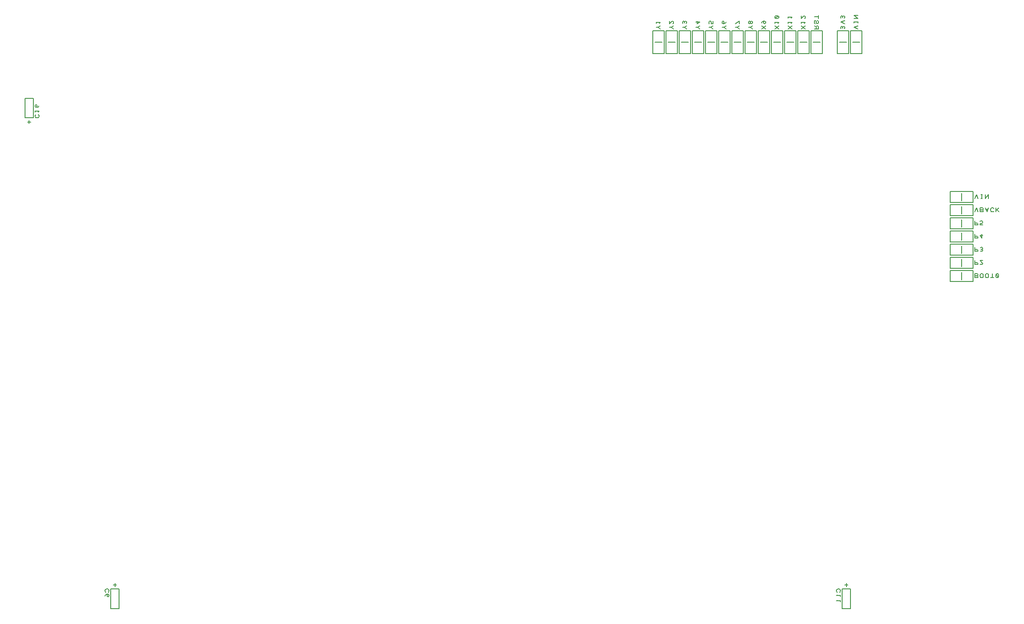
<source format=gbr>
G04 EasyPC Gerber Version 21.0.3 Build 4286 *
%FSLAX35Y35*%
%MOIN*%
%ADD10C,0.00500*%
%ADD85C,0.00787*%
X0Y0D02*
D02*
D10*
X125225Y480946D02*
Y483446D01*
X123975Y482196D02*
X126475D01*
X130197Y487800D02*
X129947Y487550D01*
X129697Y487050*
Y486300*
X129947Y485800*
X130197Y485550*
X130697Y485300*
X131697*
X132197Y485550*
X132447Y485800*
X132697Y486300*
Y487050*
X132447Y487550*
X132197Y487800*
X129697Y489800D02*
Y490800D01*
Y490300D02*
X132697D01*
X132197Y489800*
X130447Y493300D02*
X130947Y493550D01*
X131197Y494050*
Y494550*
X130947Y495050*
X130447Y495300*
X129947Y495050*
X129697Y494550*
Y494050*
X129947Y493550*
X130447Y493300*
X131197*
X131947Y493550*
X132447Y494050*
X132697Y494550*
X185303Y125200D02*
X185553Y125450D01*
X185803Y125950*
Y126700*
X185553Y127200*
X185303Y127450*
X184803Y127700*
X183803*
X183303Y127450*
X183053Y127200*
X182803Y126700*
Y125950*
X183053Y125450*
X183303Y125200*
X185053Y123700D02*
X184553Y123450D01*
X184303Y122950*
Y122450*
X184553Y121950*
X185053Y121700*
X185553Y121950*
X185803Y122450*
Y122950*
X185553Y123450*
X185053Y123700*
X184303*
X183553Y123450*
X183053Y122950*
X182803Y122450*
X190275Y132054D02*
Y129554D01*
X191525Y130804D02*
X189025D01*
X601000Y554000D02*
X602500D01*
X604000Y552750*
X602500Y554000D02*
X604000Y555250D01*
X601000Y557250D02*
Y558250D01*
Y557750D02*
X604000D01*
X603500Y557250*
X611000Y554000D02*
X612500D01*
X614000Y552750*
X612500Y554000D02*
X614000Y555250D01*
X611000Y558750D02*
Y556750D01*
X612750Y558500*
X613250Y558750*
X613750Y558500*
X614000Y558000*
Y557250*
X613750Y556750*
X621000Y554000D02*
X622500D01*
X624000Y552750*
X622500Y554000D02*
X624000Y555250D01*
X621250Y557000D02*
X621000Y557500D01*
Y558000*
X621250Y558500*
X621750Y558750*
X622250Y558500*
X622500Y558000*
Y557500*
Y558000D02*
X622750Y558500D01*
X623250Y558750*
X623750Y558500*
X624000Y558000*
Y557500*
X623750Y557000*
X631000Y554000D02*
X632500D01*
X634000Y552750*
X632500Y554000D02*
X634000Y555250D01*
X631000Y558000D02*
X634000D01*
X632000Y556750*
Y558750*
X641000Y554000D02*
X642500D01*
X644000Y552750*
X642500Y554000D02*
X644000Y555250D01*
X641250Y556750D02*
X641000Y557250D01*
Y558000*
X641250Y558500*
X641750Y558750*
X642000*
X642500Y558500*
X642750Y558000*
Y556750*
X644000*
Y558750*
X651000Y554000D02*
X652500D01*
X654000Y552750*
X652500Y554000D02*
X654000Y555250D01*
X651750Y556750D02*
X652250Y557000D01*
X652500Y557500*
Y558000*
X652250Y558500*
X651750Y558750*
X651250Y558500*
X651000Y558000*
Y557500*
X651250Y557000*
X651750Y556750*
X652500*
X653250Y557000*
X653750Y557500*
X654000Y558000*
X661000Y554000D02*
X662500D01*
X664000Y552750*
X662500Y554000D02*
X664000Y555250D01*
X661000Y556750D02*
X664000Y558750D01*
Y556750*
X671000Y554000D02*
X672500D01*
X674000Y552750*
X672500Y554000D02*
X674000Y555250D01*
X672500Y557500D02*
Y558000D01*
X672750Y558500*
X673250Y558750*
X673750Y558500*
X674000Y558000*
Y557500*
X673750Y557000*
X673250Y556750*
X672750Y557000*
X672500Y557500*
X672250Y557000*
X671750Y556750*
X671250Y557000*
X671000Y557500*
Y558000*
X671250Y558500*
X671750Y558750*
X672250Y558500*
X672500Y558000*
X681000Y552750D02*
X684000Y555250D01*
Y552750D02*
X681000Y555250D01*
Y557500D02*
X681250Y558000D01*
X681750Y558500*
X682500Y558750*
X683250*
X683750Y558500*
X684000Y558000*
Y557500*
X683750Y557000*
X683250Y556750*
X682750Y557000*
X682500Y557500*
Y558000*
X682750Y558500*
X683250Y558750*
X691000Y552750D02*
X694000Y555250D01*
Y552750D02*
X691000Y555250D01*
Y557250D02*
Y558250D01*
Y557750D02*
X694000D01*
X693500Y557250*
X691250Y561000D02*
X691000Y561500D01*
Y562000*
X691250Y562500*
X691750Y562750*
X693250*
X693750Y562500*
X694000Y562000*
Y561500*
X693750Y561000*
X693250Y560750*
X691750*
X691250Y561000*
X693750Y562500*
X701000Y552750D02*
X704000Y555250D01*
Y552750D02*
X701000Y555250D01*
Y557250D02*
Y558250D01*
Y557750D02*
X704000D01*
X703500Y557250*
X701000Y561250D02*
Y562250D01*
Y561750D02*
X704000D01*
X703500Y561250*
X711000Y552750D02*
X714000Y555250D01*
Y552750D02*
X711000Y555250D01*
Y557250D02*
Y558250D01*
Y557750D02*
X714000D01*
X713500Y557250*
X711000Y562750D02*
Y560750D01*
X712750Y562500*
X713250Y562750*
X713750Y562500*
X714000Y562000*
Y561250*
X713750Y560750*
X721000Y552750D02*
X724000D01*
Y554500*
X723750Y555000*
X723250Y555250*
X722750Y555000*
X722500Y554500*
Y552750*
Y554500D02*
X721000Y555250D01*
X721750Y556750D02*
X721250Y557000D01*
X721000Y557500*
Y558500*
X721250Y559000*
X721750Y559250*
X722250Y559000*
X722500Y558500*
Y557500*
X722750Y557000*
X723250Y556750*
X723750Y557000*
X724000Y557500*
Y558500*
X723750Y559000*
X723250Y559250*
X721000Y562000D02*
X724000D01*
Y560750D02*
Y563250D01*
X741250Y553000D02*
X741000Y553500D01*
Y554000*
X741250Y554500*
X741750Y554750*
X742250Y554500*
X742500Y554000*
Y553500*
Y554000D02*
X742750Y554500D01*
X743250Y554750*
X743750Y554500*
X744000Y554000*
Y553500*
X743750Y553000*
X744000Y556750D02*
X741000Y558000D01*
X744000Y559250*
X741250Y561000D02*
X741000Y561500D01*
Y562000*
X741250Y562500*
X741750Y562750*
X742250Y562500*
X742500Y562000*
Y561500*
Y562000D02*
X742750Y562500D01*
X743250Y562750*
X743750Y562500*
X744000Y562000*
Y561500*
X743750Y561000*
X740303Y125200D02*
X740553Y125450D01*
X740803Y125950*
Y126700*
X740553Y127200*
X740303Y127450*
X739803Y127700*
X738803*
X738303Y127450*
X738053Y127200*
X737803Y126700*
Y125950*
X738053Y125450*
X738303Y125200*
X740803Y123200D02*
Y122200D01*
Y122700D02*
X737803D01*
X738303Y123200*
X740803Y119200D02*
Y118200D01*
Y118700D02*
X737803D01*
X738303Y119200*
X745275Y132054D02*
Y129554D01*
X746525Y130804D02*
X744025D01*
X754000Y552750D02*
X751000Y554000D01*
X754000Y555250*
X751000Y557500D02*
Y558500D01*
Y558000D02*
X754000D01*
Y557500D02*
Y558500D01*
X751000Y560750D02*
X754000D01*
X751000Y563250*
X754000*
X844500Y365500D02*
X845000Y365750D01*
X845250Y366250*
X845000Y366750*
X844500Y367000*
X842750*
Y364000*
X844500*
X845000Y364250*
X845250Y364750*
X845000Y365250*
X844500Y365500*
X842750*
X846750Y366000D02*
Y365000D01*
X847000Y364500*
X847250Y364250*
X847750Y364000*
X848250*
X848750Y364250*
X849000Y364500*
X849250Y365000*
Y366000*
X849000Y366500*
X848750Y366750*
X848250Y367000*
X847750*
X847250Y366750*
X847000Y366500*
X846750Y366000*
X850750D02*
Y365000D01*
X851000Y364500*
X851250Y364250*
X851750Y364000*
X852250*
X852750Y364250*
X853000Y364500*
X853250Y365000*
Y366000*
X853000Y366500*
X852750Y366750*
X852250Y367000*
X851750*
X851250Y366750*
X851000Y366500*
X850750Y366000*
X856000Y367000D02*
Y364000D01*
X854750D02*
X857250D01*
X859000Y366750D02*
X859500Y367000D01*
X860000*
X860500Y366750*
X860750Y366250*
Y364750*
X860500Y364250*
X860000Y364000*
X859500*
X859000Y364250*
X858750Y364750*
Y366250*
X859000Y366750*
X860500Y364250*
X842750Y377000D02*
Y374000D01*
X844500*
X845000Y374250*
X845250Y374750*
X845000Y375250*
X844500Y375500*
X842750*
X848750Y377000D02*
X846750D01*
X848500Y375250*
X848750Y374750*
X848500Y374250*
X848000Y374000*
X847250*
X846750Y374250*
X842750Y387000D02*
Y384000D01*
X844500*
X845000Y384250*
X845250Y384750*
X845000Y385250*
X844500Y385500*
X842750*
X847000Y386750D02*
X847500Y387000D01*
X848000*
X848500Y386750*
X848750Y386250*
X848500Y385750*
X848000Y385500*
X847500*
X848000D02*
X848500Y385250D01*
X848750Y384750*
X848500Y384250*
X848000Y384000*
X847500*
X847000Y384250*
X842750Y397000D02*
Y394000D01*
X844500*
X845000Y394250*
X845250Y394750*
X845000Y395250*
X844500Y395500*
X842750*
X848000Y397000D02*
Y394000D01*
X846750Y396000*
X848750*
X842750Y407000D02*
Y404000D01*
X844500*
X845000Y404250*
X845250Y404750*
X845000Y405250*
X844500Y405500*
X842750*
X846750Y406750D02*
X847250Y407000D01*
X848000*
X848500Y406750*
X848750Y406250*
Y406000*
X848500Y405500*
X848000Y405250*
X846750*
Y404000*
X848750*
X842750Y414000D02*
X844000Y417000D01*
X845250Y414000*
X848500Y415500D02*
X849000Y415750D01*
X849250Y416250*
X849000Y416750*
X848500Y417000*
X846750*
Y414000*
X848500*
X849000Y414250*
X849250Y414750*
X849000Y415250*
X848500Y415500*
X846750*
X850750Y417000D02*
X852000Y414000D01*
X853250Y417000*
X851250Y415750D02*
X852750D01*
X857250Y416500D02*
X857000Y416750D01*
X856500Y417000*
X855750*
X855250Y416750*
X855000Y416500*
X854750Y416000*
Y415000*
X855000Y414500*
X855250Y414250*
X855750Y414000*
X856500*
X857000Y414250*
X857250Y414500*
X858750Y417000D02*
Y414000D01*
Y415500D02*
X859500D01*
X861250Y414000*
X859500Y415500D02*
X861250Y417000D01*
X842750Y424000D02*
X844000Y427000D01*
X845250Y424000*
X847500Y427000D02*
X848500D01*
X848000D02*
Y424000D01*
X847500D02*
X848500D01*
X850750Y427000D02*
Y424000D01*
X853250Y427000*
Y424000*
D02*
D85*
X121980Y485300D02*
Y500230D01*
X128511*
Y485300*
X121980*
X193520Y127700D02*
Y112770D01*
X186989*
Y127700*
X193520*
X605506Y542750D02*
X599994D01*
X607000Y551500D02*
X598500D01*
Y534000*
X607000*
Y551500*
X615506Y542750D02*
X609994D01*
X617000Y551500D02*
X608500D01*
Y534000*
X617000*
Y551500*
X625506Y542750D02*
X619994D01*
X627000Y551500D02*
X618500D01*
Y534000*
X627000*
Y551500*
X635506Y542750D02*
X629994D01*
X637000Y551500D02*
X628500D01*
Y534000*
X637000*
Y551500*
X645506Y542750D02*
X639994D01*
X647000Y551500D02*
X638500D01*
Y534000*
X647000*
Y551500*
X655506Y542750D02*
X649994D01*
X657000Y551500D02*
X648500D01*
Y534000*
X657000*
Y551500*
X665506Y542750D02*
X659994D01*
X667000Y551500D02*
X658500D01*
Y534000*
X667000*
Y551500*
X675506Y542750D02*
X669994D01*
X677000Y551500D02*
X668500D01*
Y534000*
X677000*
Y551500*
X685506Y542750D02*
X679994D01*
X687000Y551500D02*
X678500D01*
Y534000*
X687000*
Y551500*
X695506Y542750D02*
X689994D01*
X697000Y551500D02*
X688500D01*
Y534000*
X697000*
Y551500*
X705506Y542750D02*
X699994D01*
X707000Y551500D02*
X698500D01*
Y534000*
X707000*
Y551500*
X715506Y542750D02*
X709994D01*
X717000Y551500D02*
X708500D01*
Y534000*
X717000*
Y551500*
X725506Y542750D02*
X719994D01*
X727000Y551500D02*
X718500D01*
Y534000*
X727000*
Y551500*
X745506Y542750D02*
X739994D01*
X747000Y551500D02*
X738500D01*
Y534000*
X747000*
Y551500*
X748520Y127700D02*
Y112770D01*
X741989*
Y127700*
X748520*
X755506Y542750D02*
X749994D01*
X757000Y551500D02*
X748500D01*
Y534000*
X757000*
Y551500*
X832750Y362494D02*
Y368006D01*
Y372494D02*
Y378006D01*
Y382494D02*
Y388006D01*
Y392494D02*
Y398006D01*
Y402494D02*
Y408006D01*
Y412494D02*
Y418006D01*
Y422494D02*
Y428006D01*
X841500Y361000D02*
Y369500D01*
X824000*
Y361000*
X841500*
Y371000D02*
Y379500D01*
X824000*
Y371000*
X841500*
Y381000D02*
Y389500D01*
X824000*
Y381000*
X841500*
Y391000D02*
Y399500D01*
X824000*
Y391000*
X841500*
Y401000D02*
Y409500D01*
X824000*
Y401000*
X841500*
Y411000D02*
Y419500D01*
X824000*
Y411000*
X841500*
Y421000D02*
Y429500D01*
X824000*
Y421000*
X841500*
X0Y0D02*
M02*

</source>
